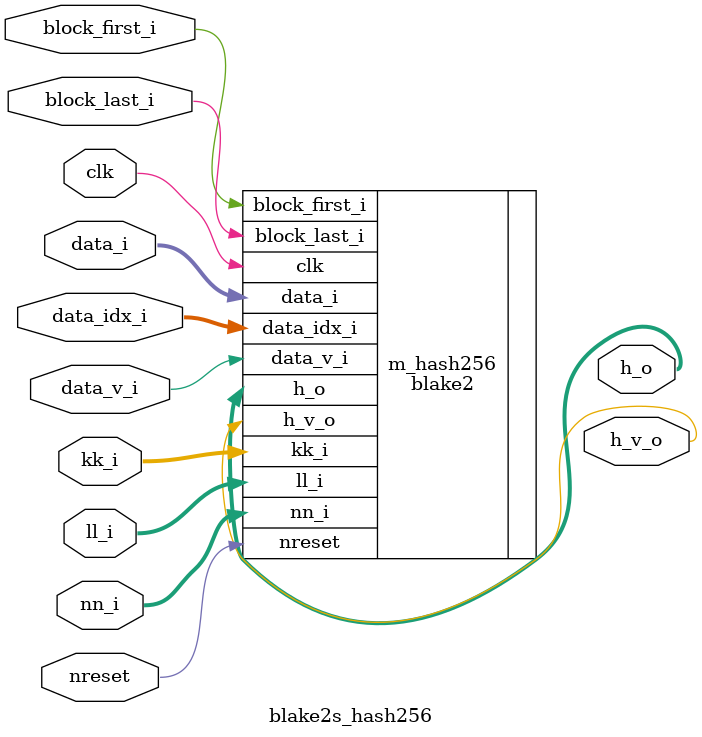
<source format=v>
`timescale 1ns / 1ps


// Parametric implementation of Blake2 to implement b and s versions.
// Note : Doesn't support the use of a secret key.

// Configurations for b and s versions :
//
//                            | BLAKE2b          | BLAKE2s          |
//              --------------+------------------+------------------+
//               Bits in word | w = 64           | w = 32           |
//               Rounds in F  | r = 12           | r = 10           |
//               Block bytes  | bb = 128         | bb = 64          |
//               Hash bytes   | 1 <= nn <= 64    | 1 <= nn <= 32    |
//               Key bytes    | 0 <= kk <= 64    | 0 <= kk <= 32    |
//               Input bytes  | 0 <= ll < 2**128 | 0 <= ll < 2**64  |
//              --------------+------------------+------------------+
//               G Rotation   | (R1, R2, R3, R4) | (R1, R2, R3, R4) |
//                constants = | (32, 24, 16, 63) | (16, 12,  8,  7) |
//              --------------+------------------+------------------+

/*
module blake2b_hash512(
	input clk,
	input nreset,
	input          valid_i,
	input [1023:0] data_i,
	output         hash_v_o,
	output [511:0] hash_o // Seed, output of the hast512
	);
	blake2 #(.NN_b(8'b0100_0000)) m_hash512(
		.clk(clk),
		.nreset(nreset),
		.valid_i(valid_i),
		.d_i(data_i),
		.valid_o(hash_v_o),
		.h_o(hash_o)
	);
endmodule
*/

module blake2s_hash256(
	input          clk,
	input 	       nreset,

	input [5:0]         kk_i,
	input [5:0]         nn_i,
	input [63:0]        ll_i,

	input wire          block_first_i,               
	input wire          block_last_i,               
	
	input        data_v_i,
	input [5:0]  data_idx_i,	
	input [7:0]  data_i,
	
	output       h_v_o,
	output [7:0] h_o
	);
	blake2 #( 
		.NN_b(8'b0010_0000),
		.W(32),
		.R1(16),
		.R2(12),
		.R3(8),
		.R4(7),
		.R(4'd10)
		) m_hash256(
		.clk(clk),
		.nreset(nreset),

		.kk_i(kk_i),
		.nn_i(nn_i),
		.ll_i(ll_i),
		
		.block_first_i(block_first_i),
		.block_last_i(block_last_i),
		
		.data_v_i(data_v_i),
		.data_idx_i(data_idx_i),
		.data_i(data_i),
		
		.h_v_o(h_v_o),
		.h_o(h_o)
	);
endmodule

</source>
